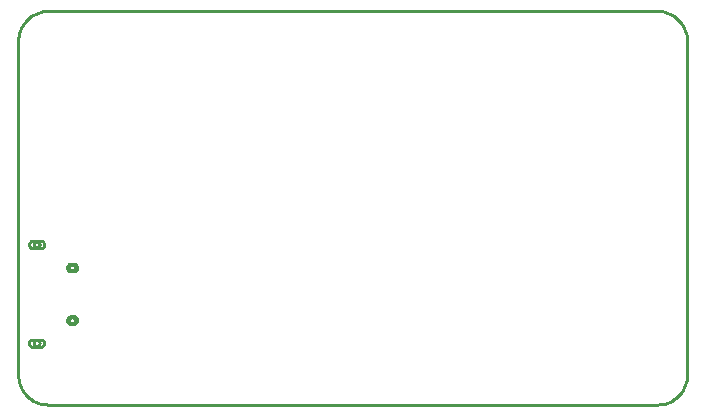
<source format=gbr>
G04 EAGLE Gerber RS-274X export*
G75*
%MOMM*%
%FSLAX34Y34*%
%LPD*%
%IN*%
%IPPOS*%
%AMOC8*
5,1,8,0,0,1.08239X$1,22.5*%
G01*
%ADD10C,0.254000*%


D10*
X-109220Y12700D02*
X-109123Y10486D01*
X-108834Y8289D01*
X-108355Y6126D01*
X-107688Y4013D01*
X-106840Y1966D01*
X-105817Y0D01*
X-104626Y-1869D01*
X-103278Y-3627D01*
X-101781Y-5261D01*
X-100147Y-6758D01*
X-98389Y-8106D01*
X-96520Y-9297D01*
X-94555Y-10320D01*
X-92507Y-11168D01*
X-90394Y-11835D01*
X-88231Y-12314D01*
X-86034Y-12603D01*
X-83820Y-12700D01*
X431600Y-12700D01*
X433814Y-12603D01*
X436011Y-12314D01*
X438174Y-11835D01*
X440287Y-11168D01*
X442335Y-10320D01*
X444300Y-9297D01*
X446169Y-8106D01*
X447927Y-6758D01*
X449561Y-5261D01*
X451058Y-3627D01*
X452406Y-1869D01*
X453597Y0D01*
X454620Y1965D01*
X455468Y4013D01*
X456135Y6126D01*
X456614Y8289D01*
X456903Y10486D01*
X457000Y12700D01*
X457000Y295150D01*
X456903Y297364D01*
X456614Y299561D01*
X456135Y301724D01*
X455468Y303837D01*
X454620Y305885D01*
X453597Y307850D01*
X452406Y309719D01*
X451058Y311477D01*
X449561Y313111D01*
X447927Y314608D01*
X446169Y315956D01*
X444300Y317147D01*
X442335Y318170D01*
X440287Y319018D01*
X438174Y319685D01*
X436011Y320164D01*
X433814Y320453D01*
X431600Y320550D01*
X-83820Y320550D01*
X-86034Y320453D01*
X-88231Y320164D01*
X-90394Y319685D01*
X-92507Y319018D01*
X-94555Y318170D01*
X-96520Y317147D01*
X-98389Y315956D01*
X-100147Y314608D01*
X-101781Y313111D01*
X-103278Y311477D01*
X-104626Y309719D01*
X-105817Y307850D01*
X-106840Y305885D01*
X-107688Y303837D01*
X-108355Y301724D01*
X-108834Y299561D01*
X-109123Y297364D01*
X-109220Y295150D01*
X-109220Y12700D01*
X-100226Y39276D02*
X-100215Y39015D01*
X-100180Y38755D01*
X-100124Y38500D01*
X-100045Y38250D01*
X-99945Y38008D01*
X-99824Y37776D01*
X-99683Y37555D01*
X-99524Y37348D01*
X-99347Y37155D01*
X-99154Y36978D01*
X-98947Y36819D01*
X-98726Y36678D01*
X-98494Y36557D01*
X-98252Y36457D01*
X-98002Y36378D01*
X-97747Y36322D01*
X-97487Y36287D01*
X-97226Y36276D01*
X-90226Y36276D01*
X-89965Y36287D01*
X-89705Y36322D01*
X-89450Y36378D01*
X-89200Y36457D01*
X-88958Y36557D01*
X-88726Y36678D01*
X-88505Y36819D01*
X-88298Y36978D01*
X-88105Y37155D01*
X-87928Y37348D01*
X-87769Y37555D01*
X-87628Y37776D01*
X-87507Y38008D01*
X-87407Y38250D01*
X-87328Y38500D01*
X-87272Y38755D01*
X-87237Y39015D01*
X-87226Y39276D01*
X-87237Y39537D01*
X-87272Y39797D01*
X-87328Y40052D01*
X-87407Y40302D01*
X-87507Y40544D01*
X-87628Y40776D01*
X-87769Y40997D01*
X-87928Y41204D01*
X-88105Y41397D01*
X-88298Y41574D01*
X-88505Y41733D01*
X-88726Y41874D01*
X-88958Y41995D01*
X-89200Y42095D01*
X-89450Y42174D01*
X-89705Y42230D01*
X-89965Y42265D01*
X-90226Y42276D01*
X-97226Y42276D01*
X-97487Y42265D01*
X-97747Y42230D01*
X-98002Y42174D01*
X-98252Y42095D01*
X-98494Y41995D01*
X-98726Y41874D01*
X-98947Y41733D01*
X-99154Y41574D01*
X-99347Y41397D01*
X-99524Y41204D01*
X-99683Y40997D01*
X-99824Y40776D01*
X-99945Y40544D01*
X-100045Y40302D01*
X-100124Y40052D01*
X-100180Y39797D01*
X-100215Y39537D01*
X-100226Y39276D01*
X-100226Y122776D02*
X-100215Y122515D01*
X-100180Y122255D01*
X-100124Y122000D01*
X-100045Y121750D01*
X-99945Y121508D01*
X-99824Y121276D01*
X-99683Y121055D01*
X-99524Y120848D01*
X-99347Y120655D01*
X-99154Y120478D01*
X-98947Y120319D01*
X-98726Y120178D01*
X-98494Y120057D01*
X-98252Y119957D01*
X-98002Y119878D01*
X-97747Y119822D01*
X-97487Y119787D01*
X-97226Y119776D01*
X-90226Y119776D01*
X-89965Y119787D01*
X-89705Y119822D01*
X-89450Y119878D01*
X-89200Y119957D01*
X-88958Y120057D01*
X-88726Y120178D01*
X-88505Y120319D01*
X-88298Y120478D01*
X-88105Y120655D01*
X-87928Y120848D01*
X-87769Y121055D01*
X-87628Y121276D01*
X-87507Y121508D01*
X-87407Y121750D01*
X-87328Y122000D01*
X-87272Y122255D01*
X-87237Y122515D01*
X-87226Y122776D01*
X-87237Y123037D01*
X-87272Y123297D01*
X-87328Y123552D01*
X-87407Y123802D01*
X-87507Y124044D01*
X-87628Y124276D01*
X-87769Y124497D01*
X-87928Y124704D01*
X-88105Y124897D01*
X-88298Y125074D01*
X-88505Y125233D01*
X-88726Y125374D01*
X-88958Y125495D01*
X-89200Y125595D01*
X-89450Y125674D01*
X-89705Y125730D01*
X-89965Y125765D01*
X-90226Y125776D01*
X-97226Y125776D01*
X-97487Y125765D01*
X-97747Y125730D01*
X-98002Y125674D01*
X-98252Y125595D01*
X-98494Y125495D01*
X-98726Y125374D01*
X-98947Y125233D01*
X-99154Y125074D01*
X-99347Y124897D01*
X-99524Y124704D01*
X-99683Y124497D01*
X-99824Y124276D01*
X-99945Y124044D01*
X-100045Y123802D01*
X-100124Y123552D01*
X-100180Y123297D01*
X-100215Y123037D01*
X-100226Y122776D01*
X-67976Y58776D02*
X-67964Y58493D01*
X-67927Y58212D01*
X-67865Y57935D01*
X-67780Y57664D01*
X-67672Y57403D01*
X-67541Y57151D01*
X-67388Y56912D01*
X-67216Y56687D01*
X-67024Y56478D01*
X-66815Y56286D01*
X-66590Y56114D01*
X-66351Y55961D01*
X-66100Y55831D01*
X-65838Y55722D01*
X-65567Y55637D01*
X-65290Y55575D01*
X-65009Y55538D01*
X-64726Y55526D01*
X-62726Y55526D01*
X-62443Y55538D01*
X-62162Y55575D01*
X-61885Y55637D01*
X-61614Y55722D01*
X-61353Y55831D01*
X-61101Y55961D01*
X-60862Y56114D01*
X-60637Y56286D01*
X-60428Y56478D01*
X-60236Y56687D01*
X-60064Y56912D01*
X-59911Y57151D01*
X-59781Y57403D01*
X-59672Y57664D01*
X-59587Y57935D01*
X-59525Y58212D01*
X-59488Y58493D01*
X-59476Y58776D01*
X-59488Y59059D01*
X-59525Y59340D01*
X-59587Y59617D01*
X-59672Y59888D01*
X-59781Y60150D01*
X-59911Y60401D01*
X-60064Y60640D01*
X-60236Y60865D01*
X-60428Y61074D01*
X-60637Y61266D01*
X-60862Y61438D01*
X-61101Y61591D01*
X-61353Y61722D01*
X-61614Y61830D01*
X-61885Y61915D01*
X-62162Y61977D01*
X-62443Y62014D01*
X-62726Y62026D01*
X-64726Y62026D01*
X-65009Y62014D01*
X-65290Y61977D01*
X-65567Y61915D01*
X-65838Y61830D01*
X-66100Y61722D01*
X-66351Y61591D01*
X-66590Y61438D01*
X-66815Y61266D01*
X-67024Y61074D01*
X-67216Y60865D01*
X-67388Y60640D01*
X-67541Y60401D01*
X-67672Y60150D01*
X-67780Y59888D01*
X-67865Y59617D01*
X-67927Y59340D01*
X-67964Y59059D01*
X-67976Y58776D01*
X-67976Y103276D02*
X-67964Y102993D01*
X-67927Y102712D01*
X-67865Y102435D01*
X-67780Y102164D01*
X-67672Y101903D01*
X-67541Y101651D01*
X-67388Y101412D01*
X-67216Y101187D01*
X-67024Y100978D01*
X-66815Y100786D01*
X-66590Y100614D01*
X-66351Y100461D01*
X-66100Y100331D01*
X-65838Y100222D01*
X-65567Y100137D01*
X-65290Y100075D01*
X-65009Y100038D01*
X-64726Y100026D01*
X-62726Y100026D01*
X-62443Y100038D01*
X-62162Y100075D01*
X-61885Y100137D01*
X-61614Y100222D01*
X-61353Y100331D01*
X-61101Y100461D01*
X-60862Y100614D01*
X-60637Y100786D01*
X-60428Y100978D01*
X-60236Y101187D01*
X-60064Y101412D01*
X-59911Y101651D01*
X-59781Y101903D01*
X-59672Y102164D01*
X-59587Y102435D01*
X-59525Y102712D01*
X-59488Y102993D01*
X-59476Y103276D01*
X-59488Y103559D01*
X-59525Y103840D01*
X-59587Y104117D01*
X-59672Y104388D01*
X-59781Y104650D01*
X-59911Y104901D01*
X-60064Y105140D01*
X-60236Y105365D01*
X-60428Y105574D01*
X-60637Y105766D01*
X-60862Y105938D01*
X-61101Y106091D01*
X-61353Y106222D01*
X-61614Y106330D01*
X-61885Y106415D01*
X-62162Y106477D01*
X-62443Y106514D01*
X-62726Y106526D01*
X-64726Y106526D01*
X-65009Y106514D01*
X-65290Y106477D01*
X-65567Y106415D01*
X-65838Y106330D01*
X-66100Y106222D01*
X-66351Y106091D01*
X-66590Y105938D01*
X-66815Y105766D01*
X-67024Y105574D01*
X-67216Y105365D01*
X-67388Y105140D01*
X-67541Y104901D01*
X-67672Y104650D01*
X-67780Y104388D01*
X-67865Y104117D01*
X-67927Y103840D01*
X-67964Y103559D01*
X-67976Y103276D01*
X-63923Y100776D02*
X-64311Y100838D01*
X-64686Y100959D01*
X-65036Y101138D01*
X-65355Y101369D01*
X-65633Y101647D01*
X-65864Y101966D01*
X-66043Y102316D01*
X-66164Y102691D01*
X-66226Y103079D01*
X-66226Y103473D01*
X-66164Y103861D01*
X-66043Y104236D01*
X-65864Y104586D01*
X-65633Y104905D01*
X-65355Y105183D01*
X-65036Y105414D01*
X-64686Y105593D01*
X-64311Y105714D01*
X-63923Y105776D01*
X-63529Y105776D01*
X-63141Y105714D01*
X-62766Y105593D01*
X-62416Y105414D01*
X-62097Y105183D01*
X-61819Y104905D01*
X-61588Y104586D01*
X-61409Y104236D01*
X-61288Y103861D01*
X-61226Y103473D01*
X-61226Y103079D01*
X-61288Y102691D01*
X-61409Y102316D01*
X-61588Y101966D01*
X-61819Y101647D01*
X-62097Y101369D01*
X-62416Y101138D01*
X-62766Y100959D01*
X-63141Y100838D01*
X-63529Y100776D01*
X-63923Y100776D01*
X-63923Y56276D02*
X-64311Y56338D01*
X-64686Y56459D01*
X-65036Y56638D01*
X-65355Y56869D01*
X-65633Y57147D01*
X-65864Y57466D01*
X-66043Y57816D01*
X-66164Y58191D01*
X-66226Y58579D01*
X-66226Y58973D01*
X-66164Y59361D01*
X-66043Y59736D01*
X-65864Y60086D01*
X-65633Y60405D01*
X-65355Y60683D01*
X-65036Y60914D01*
X-64686Y61093D01*
X-64311Y61214D01*
X-63923Y61276D01*
X-63529Y61276D01*
X-63141Y61214D01*
X-62766Y61093D01*
X-62416Y60914D01*
X-62097Y60683D01*
X-61819Y60405D01*
X-61588Y60086D01*
X-61409Y59736D01*
X-61288Y59361D01*
X-61226Y58973D01*
X-61226Y58579D01*
X-61288Y58191D01*
X-61409Y57816D01*
X-61588Y57466D01*
X-61819Y57147D01*
X-62097Y56869D01*
X-62416Y56638D01*
X-62766Y56459D01*
X-63141Y56338D01*
X-63529Y56276D01*
X-63923Y56276D01*
X-93923Y120276D02*
X-94311Y120338D01*
X-94686Y120459D01*
X-95036Y120638D01*
X-95355Y120869D01*
X-95633Y121147D01*
X-95864Y121466D01*
X-96043Y121816D01*
X-96164Y122191D01*
X-96226Y122579D01*
X-96226Y122973D01*
X-96164Y123361D01*
X-96043Y123736D01*
X-95864Y124086D01*
X-95633Y124405D01*
X-95355Y124683D01*
X-95036Y124914D01*
X-94686Y125093D01*
X-94311Y125214D01*
X-93923Y125276D01*
X-93529Y125276D01*
X-93141Y125214D01*
X-92766Y125093D01*
X-92416Y124914D01*
X-92097Y124683D01*
X-91819Y124405D01*
X-91588Y124086D01*
X-91409Y123736D01*
X-91288Y123361D01*
X-91226Y122973D01*
X-91226Y122579D01*
X-91288Y122191D01*
X-91409Y121816D01*
X-91588Y121466D01*
X-91819Y121147D01*
X-92097Y120869D01*
X-92416Y120638D01*
X-92766Y120459D01*
X-93141Y120338D01*
X-93529Y120276D01*
X-93923Y120276D01*
X-93923Y36776D02*
X-94311Y36838D01*
X-94686Y36959D01*
X-95036Y37138D01*
X-95355Y37369D01*
X-95633Y37647D01*
X-95864Y37966D01*
X-96043Y38316D01*
X-96164Y38691D01*
X-96226Y39079D01*
X-96226Y39473D01*
X-96164Y39861D01*
X-96043Y40236D01*
X-95864Y40586D01*
X-95633Y40905D01*
X-95355Y41183D01*
X-95036Y41414D01*
X-94686Y41593D01*
X-94311Y41714D01*
X-93923Y41776D01*
X-93529Y41776D01*
X-93141Y41714D01*
X-92766Y41593D01*
X-92416Y41414D01*
X-92097Y41183D01*
X-91819Y40905D01*
X-91588Y40586D01*
X-91409Y40236D01*
X-91288Y39861D01*
X-91226Y39473D01*
X-91226Y39079D01*
X-91288Y38691D01*
X-91409Y38316D01*
X-91588Y37966D01*
X-91819Y37647D01*
X-92097Y37369D01*
X-92416Y37138D01*
X-92766Y36959D01*
X-93141Y36838D01*
X-93529Y36776D01*
X-93923Y36776D01*
M02*

</source>
